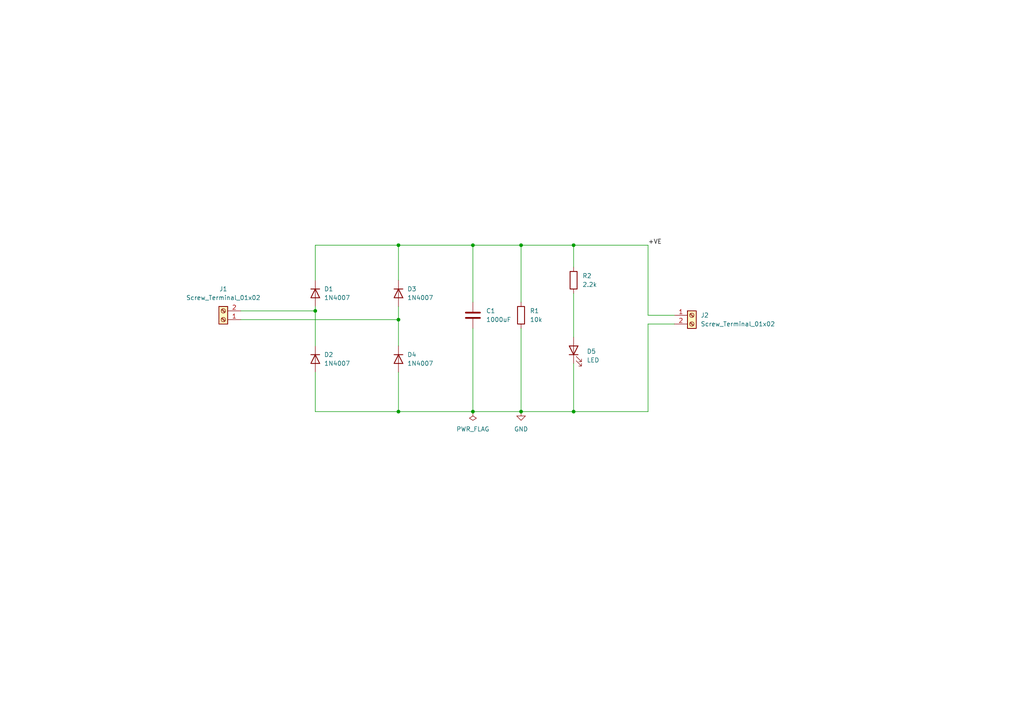
<source format=kicad_sch>
(kicad_sch
	(version 20231120)
	(generator "eeschema")
	(generator_version "8.0")
	(uuid "4094c53f-8043-4e29-bb09-292316fa3552")
	(paper "A4")
	(title_block
		(title "AC TO DC converter")
	)
	(lib_symbols
		(symbol "Connector:Screw_Terminal_01x02"
			(pin_names
				(offset 1.016) hide)
			(exclude_from_sim no)
			(in_bom yes)
			(on_board yes)
			(property "Reference" "J"
				(at 0 2.54 0)
				(effects
					(font
						(size 1.27 1.27)
					)
				)
			)
			(property "Value" "Screw_Terminal_01x02"
				(at 0 -5.08 0)
				(effects
					(font
						(size 1.27 1.27)
					)
				)
			)
			(property "Footprint" ""
				(at 0 0 0)
				(effects
					(font
						(size 1.27 1.27)
					)
					(hide yes)
				)
			)
			(property "Datasheet" "~"
				(at 0 0 0)
				(effects
					(font
						(size 1.27 1.27)
					)
					(hide yes)
				)
			)
			(property "Description" "Generic screw terminal, single row, 01x02, script generated (kicad-library-utils/schlib/autogen/connector/)"
				(at 0 0 0)
				(effects
					(font
						(size 1.27 1.27)
					)
					(hide yes)
				)
			)
			(property "ki_keywords" "screw terminal"
				(at 0 0 0)
				(effects
					(font
						(size 1.27 1.27)
					)
					(hide yes)
				)
			)
			(property "ki_fp_filters" "TerminalBlock*:*"
				(at 0 0 0)
				(effects
					(font
						(size 1.27 1.27)
					)
					(hide yes)
				)
			)
			(symbol "Screw_Terminal_01x02_1_1"
				(rectangle
					(start -1.27 1.27)
					(end 1.27 -3.81)
					(stroke
						(width 0.254)
						(type default)
					)
					(fill
						(type background)
					)
				)
				(circle
					(center 0 -2.54)
					(radius 0.635)
					(stroke
						(width 0.1524)
						(type default)
					)
					(fill
						(type none)
					)
				)
				(polyline
					(pts
						(xy -0.5334 -2.2098) (xy 0.3302 -3.048)
					)
					(stroke
						(width 0.1524)
						(type default)
					)
					(fill
						(type none)
					)
				)
				(polyline
					(pts
						(xy -0.5334 0.3302) (xy 0.3302 -0.508)
					)
					(stroke
						(width 0.1524)
						(type default)
					)
					(fill
						(type none)
					)
				)
				(polyline
					(pts
						(xy -0.3556 -2.032) (xy 0.508 -2.8702)
					)
					(stroke
						(width 0.1524)
						(type default)
					)
					(fill
						(type none)
					)
				)
				(polyline
					(pts
						(xy -0.3556 0.508) (xy 0.508 -0.3302)
					)
					(stroke
						(width 0.1524)
						(type default)
					)
					(fill
						(type none)
					)
				)
				(circle
					(center 0 0)
					(radius 0.635)
					(stroke
						(width 0.1524)
						(type default)
					)
					(fill
						(type none)
					)
				)
				(pin passive line
					(at -5.08 0 0)
					(length 3.81)
					(name "Pin_1"
						(effects
							(font
								(size 1.27 1.27)
							)
						)
					)
					(number "1"
						(effects
							(font
								(size 1.27 1.27)
							)
						)
					)
				)
				(pin passive line
					(at -5.08 -2.54 0)
					(length 3.81)
					(name "Pin_2"
						(effects
							(font
								(size 1.27 1.27)
							)
						)
					)
					(number "2"
						(effects
							(font
								(size 1.27 1.27)
							)
						)
					)
				)
			)
		)
		(symbol "Device:C"
			(pin_numbers hide)
			(pin_names
				(offset 0.254)
			)
			(exclude_from_sim no)
			(in_bom yes)
			(on_board yes)
			(property "Reference" "C"
				(at 0.635 2.54 0)
				(effects
					(font
						(size 1.27 1.27)
					)
					(justify left)
				)
			)
			(property "Value" "C"
				(at 0.635 -2.54 0)
				(effects
					(font
						(size 1.27 1.27)
					)
					(justify left)
				)
			)
			(property "Footprint" ""
				(at 0.9652 -3.81 0)
				(effects
					(font
						(size 1.27 1.27)
					)
					(hide yes)
				)
			)
			(property "Datasheet" "~"
				(at 0 0 0)
				(effects
					(font
						(size 1.27 1.27)
					)
					(hide yes)
				)
			)
			(property "Description" "Unpolarized capacitor"
				(at 0 0 0)
				(effects
					(font
						(size 1.27 1.27)
					)
					(hide yes)
				)
			)
			(property "ki_keywords" "cap capacitor"
				(at 0 0 0)
				(effects
					(font
						(size 1.27 1.27)
					)
					(hide yes)
				)
			)
			(property "ki_fp_filters" "C_*"
				(at 0 0 0)
				(effects
					(font
						(size 1.27 1.27)
					)
					(hide yes)
				)
			)
			(symbol "C_0_1"
				(polyline
					(pts
						(xy -2.032 -0.762) (xy 2.032 -0.762)
					)
					(stroke
						(width 0.508)
						(type default)
					)
					(fill
						(type none)
					)
				)
				(polyline
					(pts
						(xy -2.032 0.762) (xy 2.032 0.762)
					)
					(stroke
						(width 0.508)
						(type default)
					)
					(fill
						(type none)
					)
				)
			)
			(symbol "C_1_1"
				(pin passive line
					(at 0 3.81 270)
					(length 2.794)
					(name "~"
						(effects
							(font
								(size 1.27 1.27)
							)
						)
					)
					(number "1"
						(effects
							(font
								(size 1.27 1.27)
							)
						)
					)
				)
				(pin passive line
					(at 0 -3.81 90)
					(length 2.794)
					(name "~"
						(effects
							(font
								(size 1.27 1.27)
							)
						)
					)
					(number "2"
						(effects
							(font
								(size 1.27 1.27)
							)
						)
					)
				)
			)
		)
		(symbol "Device:LED"
			(pin_numbers hide)
			(pin_names
				(offset 1.016) hide)
			(exclude_from_sim no)
			(in_bom yes)
			(on_board yes)
			(property "Reference" "D"
				(at 0 2.54 0)
				(effects
					(font
						(size 1.27 1.27)
					)
				)
			)
			(property "Value" "LED"
				(at 0 -2.54 0)
				(effects
					(font
						(size 1.27 1.27)
					)
				)
			)
			(property "Footprint" ""
				(at 0 0 0)
				(effects
					(font
						(size 1.27 1.27)
					)
					(hide yes)
				)
			)
			(property "Datasheet" "~"
				(at 0 0 0)
				(effects
					(font
						(size 1.27 1.27)
					)
					(hide yes)
				)
			)
			(property "Description" "Light emitting diode"
				(at 0 0 0)
				(effects
					(font
						(size 1.27 1.27)
					)
					(hide yes)
				)
			)
			(property "ki_keywords" "LED diode"
				(at 0 0 0)
				(effects
					(font
						(size 1.27 1.27)
					)
					(hide yes)
				)
			)
			(property "ki_fp_filters" "LED* LED_SMD:* LED_THT:*"
				(at 0 0 0)
				(effects
					(font
						(size 1.27 1.27)
					)
					(hide yes)
				)
			)
			(symbol "LED_0_1"
				(polyline
					(pts
						(xy -1.27 -1.27) (xy -1.27 1.27)
					)
					(stroke
						(width 0.254)
						(type default)
					)
					(fill
						(type none)
					)
				)
				(polyline
					(pts
						(xy -1.27 0) (xy 1.27 0)
					)
					(stroke
						(width 0)
						(type default)
					)
					(fill
						(type none)
					)
				)
				(polyline
					(pts
						(xy 1.27 -1.27) (xy 1.27 1.27) (xy -1.27 0) (xy 1.27 -1.27)
					)
					(stroke
						(width 0.254)
						(type default)
					)
					(fill
						(type none)
					)
				)
				(polyline
					(pts
						(xy -3.048 -0.762) (xy -4.572 -2.286) (xy -3.81 -2.286) (xy -4.572 -2.286) (xy -4.572 -1.524)
					)
					(stroke
						(width 0)
						(type default)
					)
					(fill
						(type none)
					)
				)
				(polyline
					(pts
						(xy -1.778 -0.762) (xy -3.302 -2.286) (xy -2.54 -2.286) (xy -3.302 -2.286) (xy -3.302 -1.524)
					)
					(stroke
						(width 0)
						(type default)
					)
					(fill
						(type none)
					)
				)
			)
			(symbol "LED_1_1"
				(pin passive line
					(at -3.81 0 0)
					(length 2.54)
					(name "K"
						(effects
							(font
								(size 1.27 1.27)
							)
						)
					)
					(number "1"
						(effects
							(font
								(size 1.27 1.27)
							)
						)
					)
				)
				(pin passive line
					(at 3.81 0 180)
					(length 2.54)
					(name "A"
						(effects
							(font
								(size 1.27 1.27)
							)
						)
					)
					(number "2"
						(effects
							(font
								(size 1.27 1.27)
							)
						)
					)
				)
			)
		)
		(symbol "Device:R"
			(pin_numbers hide)
			(pin_names
				(offset 0)
			)
			(exclude_from_sim no)
			(in_bom yes)
			(on_board yes)
			(property "Reference" "R"
				(at 2.032 0 90)
				(effects
					(font
						(size 1.27 1.27)
					)
				)
			)
			(property "Value" "R"
				(at 0 0 90)
				(effects
					(font
						(size 1.27 1.27)
					)
				)
			)
			(property "Footprint" ""
				(at -1.778 0 90)
				(effects
					(font
						(size 1.27 1.27)
					)
					(hide yes)
				)
			)
			(property "Datasheet" "~"
				(at 0 0 0)
				(effects
					(font
						(size 1.27 1.27)
					)
					(hide yes)
				)
			)
			(property "Description" "Resistor"
				(at 0 0 0)
				(effects
					(font
						(size 1.27 1.27)
					)
					(hide yes)
				)
			)
			(property "ki_keywords" "R res resistor"
				(at 0 0 0)
				(effects
					(font
						(size 1.27 1.27)
					)
					(hide yes)
				)
			)
			(property "ki_fp_filters" "R_*"
				(at 0 0 0)
				(effects
					(font
						(size 1.27 1.27)
					)
					(hide yes)
				)
			)
			(symbol "R_0_1"
				(rectangle
					(start -1.016 -2.54)
					(end 1.016 2.54)
					(stroke
						(width 0.254)
						(type default)
					)
					(fill
						(type none)
					)
				)
			)
			(symbol "R_1_1"
				(pin passive line
					(at 0 3.81 270)
					(length 1.27)
					(name "~"
						(effects
							(font
								(size 1.27 1.27)
							)
						)
					)
					(number "1"
						(effects
							(font
								(size 1.27 1.27)
							)
						)
					)
				)
				(pin passive line
					(at 0 -3.81 90)
					(length 1.27)
					(name "~"
						(effects
							(font
								(size 1.27 1.27)
							)
						)
					)
					(number "2"
						(effects
							(font
								(size 1.27 1.27)
							)
						)
					)
				)
			)
		)
		(symbol "Diode:1N4007"
			(pin_numbers hide)
			(pin_names hide)
			(exclude_from_sim no)
			(in_bom yes)
			(on_board yes)
			(property "Reference" "D"
				(at 0 2.54 0)
				(effects
					(font
						(size 1.27 1.27)
					)
				)
			)
			(property "Value" "1N4007"
				(at 0 -2.54 0)
				(effects
					(font
						(size 1.27 1.27)
					)
				)
			)
			(property "Footprint" "Diode_THT:D_DO-41_SOD81_P10.16mm_Horizontal"
				(at 0 -4.445 0)
				(effects
					(font
						(size 1.27 1.27)
					)
					(hide yes)
				)
			)
			(property "Datasheet" "http://www.vishay.com/docs/88503/1n4001.pdf"
				(at 0 0 0)
				(effects
					(font
						(size 1.27 1.27)
					)
					(hide yes)
				)
			)
			(property "Description" "1000V 1A General Purpose Rectifier Diode, DO-41"
				(at 0 0 0)
				(effects
					(font
						(size 1.27 1.27)
					)
					(hide yes)
				)
			)
			(property "Sim.Device" "D"
				(at 0 0 0)
				(effects
					(font
						(size 1.27 1.27)
					)
					(hide yes)
				)
			)
			(property "Sim.Pins" "1=K 2=A"
				(at 0 0 0)
				(effects
					(font
						(size 1.27 1.27)
					)
					(hide yes)
				)
			)
			(property "ki_keywords" "diode"
				(at 0 0 0)
				(effects
					(font
						(size 1.27 1.27)
					)
					(hide yes)
				)
			)
			(property "ki_fp_filters" "D*DO?41*"
				(at 0 0 0)
				(effects
					(font
						(size 1.27 1.27)
					)
					(hide yes)
				)
			)
			(symbol "1N4007_0_1"
				(polyline
					(pts
						(xy -1.27 1.27) (xy -1.27 -1.27)
					)
					(stroke
						(width 0.254)
						(type default)
					)
					(fill
						(type none)
					)
				)
				(polyline
					(pts
						(xy 1.27 0) (xy -1.27 0)
					)
					(stroke
						(width 0)
						(type default)
					)
					(fill
						(type none)
					)
				)
				(polyline
					(pts
						(xy 1.27 1.27) (xy 1.27 -1.27) (xy -1.27 0) (xy 1.27 1.27)
					)
					(stroke
						(width 0.254)
						(type default)
					)
					(fill
						(type none)
					)
				)
			)
			(symbol "1N4007_1_1"
				(pin passive line
					(at -3.81 0 0)
					(length 2.54)
					(name "K"
						(effects
							(font
								(size 1.27 1.27)
							)
						)
					)
					(number "1"
						(effects
							(font
								(size 1.27 1.27)
							)
						)
					)
				)
				(pin passive line
					(at 3.81 0 180)
					(length 2.54)
					(name "A"
						(effects
							(font
								(size 1.27 1.27)
							)
						)
					)
					(number "2"
						(effects
							(font
								(size 1.27 1.27)
							)
						)
					)
				)
			)
		)
		(symbol "power:GND"
			(power)
			(pin_numbers hide)
			(pin_names
				(offset 0) hide)
			(exclude_from_sim no)
			(in_bom yes)
			(on_board yes)
			(property "Reference" "#PWR"
				(at 0 -6.35 0)
				(effects
					(font
						(size 1.27 1.27)
					)
					(hide yes)
				)
			)
			(property "Value" "GND"
				(at 0 -3.81 0)
				(effects
					(font
						(size 1.27 1.27)
					)
				)
			)
			(property "Footprint" ""
				(at 0 0 0)
				(effects
					(font
						(size 1.27 1.27)
					)
					(hide yes)
				)
			)
			(property "Datasheet" ""
				(at 0 0 0)
				(effects
					(font
						(size 1.27 1.27)
					)
					(hide yes)
				)
			)
			(property "Description" "Power symbol creates a global label with name \"GND\" , ground"
				(at 0 0 0)
				(effects
					(font
						(size 1.27 1.27)
					)
					(hide yes)
				)
			)
			(property "ki_keywords" "global power"
				(at 0 0 0)
				(effects
					(font
						(size 1.27 1.27)
					)
					(hide yes)
				)
			)
			(symbol "GND_0_1"
				(polyline
					(pts
						(xy 0 0) (xy 0 -1.27) (xy 1.27 -1.27) (xy 0 -2.54) (xy -1.27 -1.27) (xy 0 -1.27)
					)
					(stroke
						(width 0)
						(type default)
					)
					(fill
						(type none)
					)
				)
			)
			(symbol "GND_1_1"
				(pin power_in line
					(at 0 0 270)
					(length 0)
					(name "~"
						(effects
							(font
								(size 1.27 1.27)
							)
						)
					)
					(number "1"
						(effects
							(font
								(size 1.27 1.27)
							)
						)
					)
				)
			)
		)
		(symbol "power:PWR_FLAG"
			(power)
			(pin_numbers hide)
			(pin_names
				(offset 0) hide)
			(exclude_from_sim no)
			(in_bom yes)
			(on_board yes)
			(property "Reference" "#FLG"
				(at 0 1.905 0)
				(effects
					(font
						(size 1.27 1.27)
					)
					(hide yes)
				)
			)
			(property "Value" "PWR_FLAG"
				(at 0 3.81 0)
				(effects
					(font
						(size 1.27 1.27)
					)
				)
			)
			(property "Footprint" ""
				(at 0 0 0)
				(effects
					(font
						(size 1.27 1.27)
					)
					(hide yes)
				)
			)
			(property "Datasheet" "~"
				(at 0 0 0)
				(effects
					(font
						(size 1.27 1.27)
					)
					(hide yes)
				)
			)
			(property "Description" "Special symbol for telling ERC where power comes from"
				(at 0 0 0)
				(effects
					(font
						(size 1.27 1.27)
					)
					(hide yes)
				)
			)
			(property "ki_keywords" "flag power"
				(at 0 0 0)
				(effects
					(font
						(size 1.27 1.27)
					)
					(hide yes)
				)
			)
			(symbol "PWR_FLAG_0_0"
				(pin power_out line
					(at 0 0 90)
					(length 0)
					(name "~"
						(effects
							(font
								(size 1.27 1.27)
							)
						)
					)
					(number "1"
						(effects
							(font
								(size 1.27 1.27)
							)
						)
					)
				)
			)
			(symbol "PWR_FLAG_0_1"
				(polyline
					(pts
						(xy 0 0) (xy 0 1.27) (xy -1.016 1.905) (xy 0 2.54) (xy 1.016 1.905) (xy 0 1.27)
					)
					(stroke
						(width 0)
						(type default)
					)
					(fill
						(type none)
					)
				)
			)
		)
	)
	(junction
		(at 166.37 71.12)
		(diameter 0)
		(color 0 0 0 0)
		(uuid "0fd0dc1f-98d1-4628-8959-65908442781d")
	)
	(junction
		(at 151.13 119.38)
		(diameter 0)
		(color 0 0 0 0)
		(uuid "1f5c91e0-ccc4-4c35-84c7-c140ecee80f9")
	)
	(junction
		(at 91.44 90.17)
		(diameter 0)
		(color 0 0 0 0)
		(uuid "3687910f-3109-4e47-9b89-33200218f673")
	)
	(junction
		(at 151.13 71.12)
		(diameter 0)
		(color 0 0 0 0)
		(uuid "3759e0a6-17f1-4659-b29a-80205895baf4")
	)
	(junction
		(at 115.57 119.38)
		(diameter 0)
		(color 0 0 0 0)
		(uuid "4e126650-8d17-4015-8c4c-dd4fe7c91d2d")
	)
	(junction
		(at 115.57 71.12)
		(diameter 0)
		(color 0 0 0 0)
		(uuid "7c82ffbf-690c-4fa7-8606-b67cc9a704c3")
	)
	(junction
		(at 166.37 119.38)
		(diameter 0)
		(color 0 0 0 0)
		(uuid "87395f86-b33d-468c-9967-9bcf66888a93")
	)
	(junction
		(at 115.57 92.71)
		(diameter 0)
		(color 0 0 0 0)
		(uuid "9afd022b-cf7d-4725-a7e4-bc004d351f62")
	)
	(junction
		(at 137.16 71.12)
		(diameter 0)
		(color 0 0 0 0)
		(uuid "d565a2e8-00ba-4a1f-a399-44e956425b69")
	)
	(junction
		(at 137.16 119.38)
		(diameter 0)
		(color 0 0 0 0)
		(uuid "fa12e2ae-4ed1-4de3-97ab-bc3aeee82a17")
	)
	(wire
		(pts
			(xy 115.57 92.71) (xy 115.57 100.33)
		)
		(stroke
			(width 0)
			(type default)
		)
		(uuid "008e6175-a97d-459d-b0e4-cdbe6629fda1")
	)
	(wire
		(pts
			(xy 91.44 90.17) (xy 91.44 100.33)
		)
		(stroke
			(width 0)
			(type default)
		)
		(uuid "0191e8d7-25f6-4089-8763-29d648e72c05")
	)
	(wire
		(pts
			(xy 151.13 71.12) (xy 137.16 71.12)
		)
		(stroke
			(width 0)
			(type default)
		)
		(uuid "021e6ba6-9d00-42c8-bed0-573febef24ae")
	)
	(wire
		(pts
			(xy 166.37 119.38) (xy 151.13 119.38)
		)
		(stroke
			(width 0)
			(type default)
		)
		(uuid "0828474e-f0c8-4560-a173-87c7c5c862c1")
	)
	(wire
		(pts
			(xy 187.96 71.12) (xy 166.37 71.12)
		)
		(stroke
			(width 0)
			(type default)
		)
		(uuid "1c82dcfd-2144-48ca-84b9-8291f4bae842")
	)
	(wire
		(pts
			(xy 166.37 85.09) (xy 166.37 97.79)
		)
		(stroke
			(width 0)
			(type default)
		)
		(uuid "2612371d-4cce-48b8-9fdb-cca42da230cb")
	)
	(wire
		(pts
			(xy 166.37 71.12) (xy 151.13 71.12)
		)
		(stroke
			(width 0)
			(type default)
		)
		(uuid "35227f1a-70bf-4e64-8dae-de03eec73c65")
	)
	(wire
		(pts
			(xy 195.58 93.98) (xy 187.96 93.98)
		)
		(stroke
			(width 0)
			(type default)
		)
		(uuid "3a7d4ba5-d02d-4f00-a5ea-a208f7a11f3d")
	)
	(wire
		(pts
			(xy 151.13 95.25) (xy 151.13 119.38)
		)
		(stroke
			(width 0)
			(type default)
		)
		(uuid "4121044f-9fc4-4ace-87f9-4c292d68358f")
	)
	(wire
		(pts
			(xy 115.57 88.9) (xy 115.57 92.71)
		)
		(stroke
			(width 0)
			(type default)
		)
		(uuid "45b9c70b-2e6b-4da6-ac67-e8a74ea7f98a")
	)
	(wire
		(pts
			(xy 151.13 119.38) (xy 137.16 119.38)
		)
		(stroke
			(width 0)
			(type default)
		)
		(uuid "4a3955c9-05b5-4632-b7c1-432f931d2a90")
	)
	(wire
		(pts
			(xy 151.13 87.63) (xy 151.13 71.12)
		)
		(stroke
			(width 0)
			(type default)
		)
		(uuid "5ecbd482-751f-488d-8cb2-843bc4cb5087")
	)
	(wire
		(pts
			(xy 69.85 90.17) (xy 91.44 90.17)
		)
		(stroke
			(width 0)
			(type default)
		)
		(uuid "647f1a5d-deea-4e54-a1b9-9b69f3e73ce2")
	)
	(wire
		(pts
			(xy 187.96 91.44) (xy 187.96 71.12)
		)
		(stroke
			(width 0)
			(type default)
		)
		(uuid "6956b4f0-7e73-441c-bdc8-edc820f80fa0")
	)
	(wire
		(pts
			(xy 115.57 119.38) (xy 91.44 119.38)
		)
		(stroke
			(width 0)
			(type default)
		)
		(uuid "6f28cfcd-bd9d-492a-9520-4407bb9d07d0")
	)
	(wire
		(pts
			(xy 137.16 95.25) (xy 137.16 119.38)
		)
		(stroke
			(width 0)
			(type default)
		)
		(uuid "70f5efe9-35dc-40d4-b668-2edbec3571a7")
	)
	(wire
		(pts
			(xy 69.85 92.71) (xy 115.57 92.71)
		)
		(stroke
			(width 0)
			(type default)
		)
		(uuid "74a2fc92-043e-4f36-abe9-0f54e1467e3e")
	)
	(wire
		(pts
			(xy 115.57 107.95) (xy 115.57 119.38)
		)
		(stroke
			(width 0)
			(type default)
		)
		(uuid "88e54b73-c3c0-4b90-8b88-80010c11f06e")
	)
	(wire
		(pts
			(xy 91.44 119.38) (xy 91.44 107.95)
		)
		(stroke
			(width 0)
			(type default)
		)
		(uuid "915ce86e-ad3c-42d6-9c62-178fad171e00")
	)
	(wire
		(pts
			(xy 166.37 105.41) (xy 166.37 119.38)
		)
		(stroke
			(width 0)
			(type default)
		)
		(uuid "9be4f383-793c-4614-bd19-ad2336a514d9")
	)
	(wire
		(pts
			(xy 91.44 88.9) (xy 91.44 90.17)
		)
		(stroke
			(width 0)
			(type default)
		)
		(uuid "a58cc3d0-f1ef-4051-8fe4-19c6b1e1f6e0")
	)
	(wire
		(pts
			(xy 187.96 93.98) (xy 187.96 119.38)
		)
		(stroke
			(width 0)
			(type default)
		)
		(uuid "a942f005-1509-4ea9-a603-674225d17ef2")
	)
	(wire
		(pts
			(xy 166.37 77.47) (xy 166.37 71.12)
		)
		(stroke
			(width 0)
			(type default)
		)
		(uuid "c01a1d6a-4d09-4e03-8c8e-750bdeb79f01")
	)
	(wire
		(pts
			(xy 115.57 81.28) (xy 115.57 71.12)
		)
		(stroke
			(width 0)
			(type default)
		)
		(uuid "db82f4b3-c2e2-426e-a565-1b8746f9a3a1")
	)
	(wire
		(pts
			(xy 91.44 71.12) (xy 91.44 81.28)
		)
		(stroke
			(width 0)
			(type default)
		)
		(uuid "dfea2e54-3351-4c45-b395-487d5c62b360")
	)
	(wire
		(pts
			(xy 195.58 91.44) (xy 187.96 91.44)
		)
		(stroke
			(width 0)
			(type default)
		)
		(uuid "e29b85ba-3c34-4d7d-89a3-d352737dfb19")
	)
	(wire
		(pts
			(xy 137.16 71.12) (xy 115.57 71.12)
		)
		(stroke
			(width 0)
			(type default)
		)
		(uuid "e654a81c-b7d9-428f-997f-f710ff3fb9f5")
	)
	(wire
		(pts
			(xy 137.16 119.38) (xy 115.57 119.38)
		)
		(stroke
			(width 0)
			(type default)
		)
		(uuid "e7b888de-1cfd-4a57-b397-d1e7082b5122")
	)
	(wire
		(pts
			(xy 187.96 119.38) (xy 166.37 119.38)
		)
		(stroke
			(width 0)
			(type default)
		)
		(uuid "f107b455-f1c0-42dd-a497-668a5fda2d20")
	)
	(wire
		(pts
			(xy 137.16 87.63) (xy 137.16 71.12)
		)
		(stroke
			(width 0)
			(type default)
		)
		(uuid "f4d7314f-a93b-45f8-a6cb-060e2a953b61")
	)
	(wire
		(pts
			(xy 115.57 71.12) (xy 91.44 71.12)
		)
		(stroke
			(width 0)
			(type default)
		)
		(uuid "f9fc44f7-20d3-41a5-b326-7b8427863498")
	)
	(label "+VE"
		(at 187.96 71.12 0)
		(fields_autoplaced yes)
		(effects
			(font
				(size 1.27 1.27)
			)
			(justify left bottom)
		)
		(uuid "f953dcfd-5a85-435c-9ab7-0db92abb9f95")
	)
	(symbol
		(lib_id "power:PWR_FLAG")
		(at 137.16 119.38 180)
		(unit 1)
		(exclude_from_sim no)
		(in_bom yes)
		(on_board yes)
		(dnp no)
		(fields_autoplaced yes)
		(uuid "0e709ac9-0efb-4d27-9d64-c4d3cc2875c1")
		(property "Reference" "#FLG01"
			(at 137.16 121.285 0)
			(effects
				(font
					(size 1.27 1.27)
				)
				(hide yes)
			)
		)
		(property "Value" "PWR_FLAG"
			(at 137.16 124.46 0)
			(effects
				(font
					(size 1.27 1.27)
				)
			)
		)
		(property "Footprint" ""
			(at 137.16 119.38 0)
			(effects
				(font
					(size 1.27 1.27)
				)
				(hide yes)
			)
		)
		(property "Datasheet" "~"
			(at 137.16 119.38 0)
			(effects
				(font
					(size 1.27 1.27)
				)
				(hide yes)
			)
		)
		(property "Description" "Special symbol for telling ERC where power comes from"
			(at 137.16 119.38 0)
			(effects
				(font
					(size 1.27 1.27)
				)
				(hide yes)
			)
		)
		(pin "1"
			(uuid "e16fe429-1e20-419e-8f85-b4fc73c25c75")
		)
		(instances
			(project ""
				(path "/4094c53f-8043-4e29-bb09-292316fa3552"
					(reference "#FLG01")
					(unit 1)
				)
			)
		)
	)
	(symbol
		(lib_id "Device:LED")
		(at 166.37 101.6 90)
		(unit 1)
		(exclude_from_sim no)
		(in_bom yes)
		(on_board yes)
		(dnp no)
		(fields_autoplaced yes)
		(uuid "41295280-44ff-492b-ad2b-9c2b8aaf4bbe")
		(property "Reference" "D5"
			(at 170.18 101.9174 90)
			(effects
				(font
					(size 1.27 1.27)
				)
				(justify right)
			)
		)
		(property "Value" "LED"
			(at 170.18 104.4574 90)
			(effects
				(font
					(size 1.27 1.27)
				)
				(justify right)
			)
		)
		(property "Footprint" "LED_THT:LED_D5.0mm"
			(at 166.37 101.6 0)
			(effects
				(font
					(size 1.27 1.27)
				)
				(hide yes)
			)
		)
		(property "Datasheet" "~"
			(at 166.37 101.6 0)
			(effects
				(font
					(size 1.27 1.27)
				)
				(hide yes)
			)
		)
		(property "Description" "Light emitting diode"
			(at 166.37 101.6 0)
			(effects
				(font
					(size 1.27 1.27)
				)
				(hide yes)
			)
		)
		(pin "1"
			(uuid "d98692c1-05f7-4e82-ba36-15bcced9978f")
		)
		(pin "2"
			(uuid "0a1ff0b0-bee9-4616-88e5-a87b3f64e68b")
		)
		(instances
			(project ""
				(path "/4094c53f-8043-4e29-bb09-292316fa3552"
					(reference "D5")
					(unit 1)
				)
			)
		)
	)
	(symbol
		(lib_id "Diode:1N4007")
		(at 91.44 104.14 270)
		(unit 1)
		(exclude_from_sim no)
		(in_bom yes)
		(on_board yes)
		(dnp no)
		(fields_autoplaced yes)
		(uuid "6d840360-80bd-43ce-afc5-2affd66db7e2")
		(property "Reference" "D2"
			(at 93.98 102.8699 90)
			(effects
				(font
					(size 1.27 1.27)
				)
				(justify left)
			)
		)
		(property "Value" "1N4007"
			(at 93.98 105.4099 90)
			(effects
				(font
					(size 1.27 1.27)
				)
				(justify left)
			)
		)
		(property "Footprint" "Diode_THT:D_DO-41_SOD81_P10.16mm_Horizontal"
			(at 86.995 104.14 0)
			(effects
				(font
					(size 1.27 1.27)
				)
				(hide yes)
			)
		)
		(property "Datasheet" "http://www.vishay.com/docs/88503/1n4001.pdf"
			(at 91.44 104.14 0)
			(effects
				(font
					(size 1.27 1.27)
				)
				(hide yes)
			)
		)
		(property "Description" "1000V 1A General Purpose Rectifier Diode, DO-41"
			(at 91.44 104.14 0)
			(effects
				(font
					(size 1.27 1.27)
				)
				(hide yes)
			)
		)
		(property "Sim.Device" "D"
			(at 91.44 104.14 0)
			(effects
				(font
					(size 1.27 1.27)
				)
				(hide yes)
			)
		)
		(property "Sim.Pins" "1=K 2=A"
			(at 91.44 104.14 0)
			(effects
				(font
					(size 1.27 1.27)
				)
				(hide yes)
			)
		)
		(pin "1"
			(uuid "89b34cdb-98e4-407d-ab22-c03fbfa7f8af")
		)
		(pin "2"
			(uuid "29df7894-9c77-42c8-a49f-ae28924c0644")
		)
		(instances
			(project ""
				(path "/4094c53f-8043-4e29-bb09-292316fa3552"
					(reference "D2")
					(unit 1)
				)
			)
		)
	)
	(symbol
		(lib_id "Device:C")
		(at 137.16 91.44 0)
		(unit 1)
		(exclude_from_sim no)
		(in_bom yes)
		(on_board yes)
		(dnp no)
		(fields_autoplaced yes)
		(uuid "6e72726e-a347-4391-89c1-ba2e45a4804b")
		(property "Reference" "C1"
			(at 140.97 90.1699 0)
			(effects
				(font
					(size 1.27 1.27)
				)
				(justify left)
			)
		)
		(property "Value" "1000uF"
			(at 140.97 92.7099 0)
			(effects
				(font
					(size 1.27 1.27)
				)
				(justify left)
			)
		)
		(property "Footprint" "Capacitor_THT:C_Radial_D8.0mm_H11.5mm_P3.50mm"
			(at 138.1252 95.25 0)
			(effects
				(font
					(size 1.27 1.27)
				)
				(hide yes)
			)
		)
		(property "Datasheet" "~"
			(at 137.16 91.44 0)
			(effects
				(font
					(size 1.27 1.27)
				)
				(hide yes)
			)
		)
		(property "Description" "Unpolarized capacitor"
			(at 137.16 91.44 0)
			(effects
				(font
					(size 1.27 1.27)
				)
				(hide yes)
			)
		)
		(pin "1"
			(uuid "bc82840a-bd48-4245-b235-6fbc1dddad86")
		)
		(pin "2"
			(uuid "d2571ca1-db1f-497c-b751-26a9d10a4130")
		)
		(instances
			(project ""
				(path "/4094c53f-8043-4e29-bb09-292316fa3552"
					(reference "C1")
					(unit 1)
				)
			)
		)
	)
	(symbol
		(lib_id "Device:R")
		(at 166.37 81.28 0)
		(unit 1)
		(exclude_from_sim no)
		(in_bom yes)
		(on_board yes)
		(dnp no)
		(fields_autoplaced yes)
		(uuid "7177a80b-571a-4a4f-95d6-2883b66d91ba")
		(property "Reference" "R2"
			(at 168.91 80.0099 0)
			(effects
				(font
					(size 1.27 1.27)
				)
				(justify left)
			)
		)
		(property "Value" "2.2k"
			(at 168.91 82.5499 0)
			(effects
				(font
					(size 1.27 1.27)
				)
				(justify left)
			)
		)
		(property "Footprint" "Resistor_THT:R_Axial_DIN0207_L6.3mm_D2.5mm_P7.62mm_Horizontal"
			(at 164.592 81.28 90)
			(effects
				(font
					(size 1.27 1.27)
				)
				(hide yes)
			)
		)
		(property "Datasheet" "~"
			(at 166.37 81.28 0)
			(effects
				(font
					(size 1.27 1.27)
				)
				(hide yes)
			)
		)
		(property "Description" "Resistor"
			(at 166.37 81.28 0)
			(effects
				(font
					(size 1.27 1.27)
				)
				(hide yes)
			)
		)
		(pin "2"
			(uuid "47dda7cb-890d-412d-9e8f-157dda661ae2")
		)
		(pin "1"
			(uuid "4680b735-415d-4cf0-bf00-ae949885b7c1")
		)
		(instances
			(project ""
				(path "/4094c53f-8043-4e29-bb09-292316fa3552"
					(reference "R2")
					(unit 1)
				)
			)
		)
	)
	(symbol
		(lib_id "Diode:1N4007")
		(at 115.57 104.14 270)
		(unit 1)
		(exclude_from_sim no)
		(in_bom yes)
		(on_board yes)
		(dnp no)
		(fields_autoplaced yes)
		(uuid "77dc4be4-1591-4366-8b36-651e310afae9")
		(property "Reference" "D4"
			(at 118.11 102.8699 90)
			(effects
				(font
					(size 1.27 1.27)
				)
				(justify left)
			)
		)
		(property "Value" "1N4007"
			(at 118.11 105.4099 90)
			(effects
				(font
					(size 1.27 1.27)
				)
				(justify left)
			)
		)
		(property "Footprint" "Diode_THT:D_DO-41_SOD81_P10.16mm_Horizontal"
			(at 111.125 104.14 0)
			(effects
				(font
					(size 1.27 1.27)
				)
				(hide yes)
			)
		)
		(property "Datasheet" "http://www.vishay.com/docs/88503/1n4001.pdf"
			(at 115.57 104.14 0)
			(effects
				(font
					(size 1.27 1.27)
				)
				(hide yes)
			)
		)
		(property "Description" "1000V 1A General Purpose Rectifier Diode, DO-41"
			(at 115.57 104.14 0)
			(effects
				(font
					(size 1.27 1.27)
				)
				(hide yes)
			)
		)
		(property "Sim.Device" "D"
			(at 115.57 104.14 0)
			(effects
				(font
					(size 1.27 1.27)
				)
				(hide yes)
			)
		)
		(property "Sim.Pins" "1=K 2=A"
			(at 115.57 104.14 0)
			(effects
				(font
					(size 1.27 1.27)
				)
				(hide yes)
			)
		)
		(pin "1"
			(uuid "37bafcd4-807a-4be2-869a-f7463f291834")
		)
		(pin "2"
			(uuid "70a30274-998d-4b20-8794-951177e60f74")
		)
		(instances
			(project "ac to dc"
				(path "/4094c53f-8043-4e29-bb09-292316fa3552"
					(reference "D4")
					(unit 1)
				)
			)
		)
	)
	(symbol
		(lib_id "Diode:1N4007")
		(at 115.57 85.09 270)
		(unit 1)
		(exclude_from_sim no)
		(in_bom yes)
		(on_board yes)
		(dnp no)
		(fields_autoplaced yes)
		(uuid "87a2c6a7-5c8c-405c-b87f-683d8fbbbe5b")
		(property "Reference" "D3"
			(at 118.11 83.8199 90)
			(effects
				(font
					(size 1.27 1.27)
				)
				(justify left)
			)
		)
		(property "Value" "1N4007"
			(at 118.11 86.3599 90)
			(effects
				(font
					(size 1.27 1.27)
				)
				(justify left)
			)
		)
		(property "Footprint" "Diode_THT:D_DO-41_SOD81_P10.16mm_Horizontal"
			(at 111.125 85.09 0)
			(effects
				(font
					(size 1.27 1.27)
				)
				(hide yes)
			)
		)
		(property "Datasheet" "http://www.vishay.com/docs/88503/1n4001.pdf"
			(at 115.57 85.09 0)
			(effects
				(font
					(size 1.27 1.27)
				)
				(hide yes)
			)
		)
		(property "Description" "1000V 1A General Purpose Rectifier Diode, DO-41"
			(at 115.57 85.09 0)
			(effects
				(font
					(size 1.27 1.27)
				)
				(hide yes)
			)
		)
		(property "Sim.Device" "D"
			(at 115.57 85.09 0)
			(effects
				(font
					(size 1.27 1.27)
				)
				(hide yes)
			)
		)
		(property "Sim.Pins" "1=K 2=A"
			(at 115.57 85.09 0)
			(effects
				(font
					(size 1.27 1.27)
				)
				(hide yes)
			)
		)
		(pin "2"
			(uuid "6e8924f9-a172-40ec-b367-103854d47262")
		)
		(pin "1"
			(uuid "89606e38-0406-4e56-9d46-e8f991c1e773")
		)
		(instances
			(project ""
				(path "/4094c53f-8043-4e29-bb09-292316fa3552"
					(reference "D3")
					(unit 1)
				)
			)
		)
	)
	(symbol
		(lib_id "Diode:1N4007")
		(at 91.44 85.09 270)
		(unit 1)
		(exclude_from_sim no)
		(in_bom yes)
		(on_board yes)
		(dnp no)
		(fields_autoplaced yes)
		(uuid "8c997a9e-be95-4abe-a0ba-69aedb226d53")
		(property "Reference" "D1"
			(at 93.98 83.8199 90)
			(effects
				(font
					(size 1.27 1.27)
				)
				(justify left)
			)
		)
		(property "Value" "1N4007"
			(at 93.98 86.3599 90)
			(effects
				(font
					(size 1.27 1.27)
				)
				(justify left)
			)
		)
		(property "Footprint" "Diode_THT:D_DO-41_SOD81_P10.16mm_Horizontal"
			(at 86.995 85.09 0)
			(effects
				(font
					(size 1.27 1.27)
				)
				(hide yes)
			)
		)
		(property "Datasheet" "http://www.vishay.com/docs/88503/1n4001.pdf"
			(at 91.44 85.09 0)
			(effects
				(font
					(size 1.27 1.27)
				)
				(hide yes)
			)
		)
		(property "Description" "1000V 1A General Purpose Rectifier Diode, DO-41"
			(at 91.44 85.09 0)
			(effects
				(font
					(size 1.27 1.27)
				)
				(hide yes)
			)
		)
		(property "Sim.Device" "D"
			(at 91.44 85.09 0)
			(effects
				(font
					(size 1.27 1.27)
				)
				(hide yes)
			)
		)
		(property "Sim.Pins" "1=K 2=A"
			(at 91.44 85.09 0)
			(effects
				(font
					(size 1.27 1.27)
				)
				(hide yes)
			)
		)
		(pin "1"
			(uuid "b20b3cdd-d105-4d16-ac0d-fb9ed19e9959")
		)
		(pin "2"
			(uuid "1edd546d-75bd-4f86-a578-3fce839a1dd0")
		)
		(instances
			(project ""
				(path "/4094c53f-8043-4e29-bb09-292316fa3552"
					(reference "D1")
					(unit 1)
				)
			)
		)
	)
	(symbol
		(lib_id "Device:R")
		(at 151.13 91.44 0)
		(unit 1)
		(exclude_from_sim no)
		(in_bom yes)
		(on_board yes)
		(dnp no)
		(fields_autoplaced yes)
		(uuid "ac492f68-5aec-42fe-982a-23e3ed834cf2")
		(property "Reference" "R1"
			(at 153.67 90.1699 0)
			(effects
				(font
					(size 1.27 1.27)
				)
				(justify left)
			)
		)
		(property "Value" "10k"
			(at 153.67 92.7099 0)
			(effects
				(font
					(size 1.27 1.27)
				)
				(justify left)
			)
		)
		(property "Footprint" "Resistor_THT:R_Axial_DIN0207_L6.3mm_D2.5mm_P7.62mm_Horizontal"
			(at 149.352 91.44 90)
			(effects
				(font
					(size 1.27 1.27)
				)
				(hide yes)
			)
		)
		(property "Datasheet" "~"
			(at 151.13 91.44 0)
			(effects
				(font
					(size 1.27 1.27)
				)
				(hide yes)
			)
		)
		(property "Description" "Resistor"
			(at 151.13 91.44 0)
			(effects
				(font
					(size 1.27 1.27)
				)
				(hide yes)
			)
		)
		(pin "2"
			(uuid "40f86720-cd03-4ebd-8660-f05a6029279c")
		)
		(pin "1"
			(uuid "4d165a42-839d-40e5-8af6-399565f15920")
		)
		(instances
			(project ""
				(path "/4094c53f-8043-4e29-bb09-292316fa3552"
					(reference "R1")
					(unit 1)
				)
			)
		)
	)
	(symbol
		(lib_id "Connector:Screw_Terminal_01x02")
		(at 200.66 91.44 0)
		(unit 1)
		(exclude_from_sim no)
		(in_bom yes)
		(on_board yes)
		(dnp no)
		(fields_autoplaced yes)
		(uuid "ac5ccbd6-ca08-4bfd-b547-494bdbd02473")
		(property "Reference" "J2"
			(at 203.2 91.4399 0)
			(effects
				(font
					(size 1.27 1.27)
				)
				(justify left)
			)
		)
		(property "Value" "Screw_Terminal_01x02"
			(at 203.2 93.9799 0)
			(effects
				(font
					(size 1.27 1.27)
				)
				(justify left)
			)
		)
		(property "Footprint" "TerminalBlock:TerminalBlock_bornier-2_P5.08mm"
			(at 200.66 91.44 0)
			(effects
				(font
					(size 1.27 1.27)
				)
				(hide yes)
			)
		)
		(property "Datasheet" "~"
			(at 200.66 91.44 0)
			(effects
				(font
					(size 1.27 1.27)
				)
				(hide yes)
			)
		)
		(property "Description" "Generic screw terminal, single row, 01x02, script generated (kicad-library-utils/schlib/autogen/connector/)"
			(at 200.66 91.44 0)
			(effects
				(font
					(size 1.27 1.27)
				)
				(hide yes)
			)
		)
		(pin "1"
			(uuid "a53bafb7-20ad-4c2f-9dd5-b84dc08a2b66")
		)
		(pin "2"
			(uuid "ed7e690f-91b8-4146-9bb1-4032abbb53eb")
		)
		(instances
			(project ""
				(path "/4094c53f-8043-4e29-bb09-292316fa3552"
					(reference "J2")
					(unit 1)
				)
			)
		)
	)
	(symbol
		(lib_id "power:GND")
		(at 151.13 119.38 0)
		(unit 1)
		(exclude_from_sim no)
		(in_bom yes)
		(on_board yes)
		(dnp no)
		(fields_autoplaced yes)
		(uuid "c085c151-f6bd-43f7-8dd6-638b6886128b")
		(property "Reference" "#PWR01"
			(at 151.13 125.73 0)
			(effects
				(font
					(size 1.27 1.27)
				)
				(hide yes)
			)
		)
		(property "Value" "GND"
			(at 151.13 124.46 0)
			(effects
				(font
					(size 1.27 1.27)
				)
			)
		)
		(property "Footprint" ""
			(at 151.13 119.38 0)
			(effects
				(font
					(size 1.27 1.27)
				)
				(hide yes)
			)
		)
		(property "Datasheet" ""
			(at 151.13 119.38 0)
			(effects
				(font
					(size 1.27 1.27)
				)
				(hide yes)
			)
		)
		(property "Description" "Power symbol creates a global label with name \"GND\" , ground"
			(at 151.13 119.38 0)
			(effects
				(font
					(size 1.27 1.27)
				)
				(hide yes)
			)
		)
		(pin "1"
			(uuid "1d0ae1c3-316b-461a-9e8c-fa0a13c4ac28")
		)
		(instances
			(project ""
				(path "/4094c53f-8043-4e29-bb09-292316fa3552"
					(reference "#PWR01")
					(unit 1)
				)
			)
		)
	)
	(symbol
		(lib_id "Connector:Screw_Terminal_01x02")
		(at 64.77 92.71 180)
		(unit 1)
		(exclude_from_sim no)
		(in_bom yes)
		(on_board yes)
		(dnp no)
		(fields_autoplaced yes)
		(uuid "fe756525-3d00-4d40-af9d-3df5b85b01c3")
		(property "Reference" "J1"
			(at 64.77 83.82 0)
			(effects
				(font
					(size 1.27 1.27)
				)
			)
		)
		(property "Value" "Screw_Terminal_01x02"
			(at 64.77 86.36 0)
			(effects
				(font
					(size 1.27 1.27)
				)
			)
		)
		(property "Footprint" "TerminalBlock:TerminalBlock_bornier-2_P5.08mm"
			(at 64.77 92.71 0)
			(effects
				(font
					(size 1.27 1.27)
				)
				(hide yes)
			)
		)
		(property "Datasheet" "~"
			(at 64.77 92.71 0)
			(effects
				(font
					(size 1.27 1.27)
				)
				(hide yes)
			)
		)
		(property "Description" "Generic screw terminal, single row, 01x02, script generated (kicad-library-utils/schlib/autogen/connector/)"
			(at 64.77 92.71 0)
			(effects
				(font
					(size 1.27 1.27)
				)
				(hide yes)
			)
		)
		(pin "2"
			(uuid "990de731-fb8e-40e5-a8f9-80ba8849859b")
		)
		(pin "1"
			(uuid "3e268e30-6bf6-4bfe-9e47-0abc1879371f")
		)
		(instances
			(project ""
				(path "/4094c53f-8043-4e29-bb09-292316fa3552"
					(reference "J1")
					(unit 1)
				)
			)
		)
	)
	(sheet_instances
		(path "/"
			(page "1")
		)
	)
)

</source>
